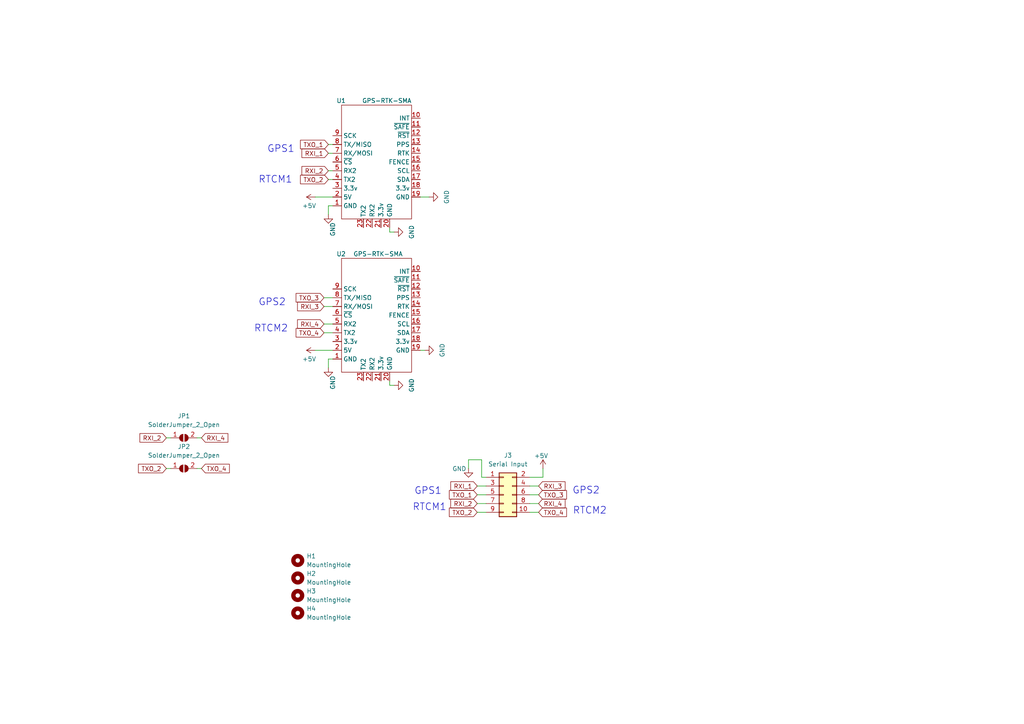
<source format=kicad_sch>
(kicad_sch (version 20231120) (generator "eeschema") (generator_version "8.0")
  (paper "A4")
  (lib_symbols
    (symbol "Connector_Generic:Conn_02x05_Odd_Even" (pin_names (offset 1.016) hide)
      (property "Reference" "J" (at 1.27 7.62 0))
      (property "Value" "Conn_02x05_Odd_Even" (at 1.27 -7.62 0))
      (symbol "Conn_02x05_Odd_Even_1_1"
        (rectangle (start -1.27 -4.953) (end 0 -5.207) (stroke (width 0.1524)))
        (rectangle (start -1.27 -2.413) (end 0 -2.667) (stroke (width 0.1524)))
        (rectangle (start -1.27 0.127) (end 0 -0.127) (stroke (width 0.1524)))
        (rectangle (start -1.27 2.667) (end 0 2.413) (stroke (width 0.1524)))
        (rectangle (start -1.27 5.207) (end 0 4.953) (stroke (width 0.1524)))
        (rectangle (start -1.27 6.35) (end 3.81 -6.35) (stroke (width 0.254)) (fill (type background)))
        (rectangle (start 3.81 -4.953) (end 2.54 -5.207) (stroke (width 0.1524)))
        (rectangle (start 3.81 -2.413) (end 2.54 -2.667) (stroke (width 0.1524)))
        (rectangle (start 3.81 0.127) (end 2.54 -0.127) (stroke (width 0.1524)))
        (rectangle (start 3.81 2.667) (end 2.54 2.413) (stroke (width 0.1524)))
        (rectangle (start 3.81 5.207) (end 2.54 4.953) (stroke (width 0.1524)))
        (pin passive line (at -5.08 5.08 0) (length 3.81) (name "Pin_1") (number "1"))
        (pin passive line (at 7.62 -5.08 180) (length 3.81) (name "Pin_10") (number "10"))
        (pin passive line (at 7.62 5.08 180) (length 3.81) (name "Pin_2") (number "2"))
        (pin passive line (at -5.08 2.54 0) (length 3.81) (name "Pin_3") (number "3"))
        (pin passive line (at 7.62 2.54 180) (length 3.81) (name "Pin_4") (number "4"))
        (pin passive line (at -5.08 0 0) (length 3.81) (name "Pin_5") (number "5"))
        (pin passive line (at 7.62 0 180) (length 3.81) (name "Pin_6") (number "6"))
        (pin passive line (at -5.08 -2.54 0) (length 3.81) (name "Pin_7") (number "7"))
        (pin passive line (at 7.62 -2.54 180) (length 3.81) (name "Pin_8") (number "8"))
        (pin passive line (at -5.08 -5.08 0) (length 3.81) (name "Pin_9") (number "9"))
      )
    )
    (symbol "Jumper:SolderJumper_2_Open" (pin_names (offset 0) hide)
      (property "Reference" "JP" (at 0 2.032 0))
      (property "Value" "SolderJumper_2_Open" (at 0 -2.54 0))
      (symbol "SolderJumper_2_Open_0_1"
        (arc (start -0.254 1.016) (mid -1.2655 0) (end -0.254 -1.016))
        (arc (start -0.254 1.016) (mid -1.2655 0) (end -0.254 -1.016) (fill (type outline)))
        (polyline (pts (xy -0.254 1.016) (xy -0.254 -1.016)))
        (polyline (pts (xy 0.254 1.016) (xy 0.254 -1.016)))
        (arc (start 0.254 -1.016) (mid 1.2655 0) (end 0.254 1.016))
        (arc (start 0.254 -1.016) (mid 1.2655 0) (end 0.254 1.016) (fill (type outline)))
      )
      (symbol "SolderJumper_2_Open_1_1"
        (pin passive line (at -3.81 0 0) (length 2.54) (name "A") (number "1"))
        (pin passive line (at 3.81 0 180) (length 2.54) (name "B") (number "2"))
      )
    )
    (symbol "Mechanical:MountingHole" (pin_names (offset 1.016))
      (property "Reference" "H" (at 0 5.08 0))
      (property "Value" "MountingHole" (at 0 3.175 0))
      (symbol "MountingHole_0_1"
        (circle (center 0 0) (radius 1.27) (stroke (width 1.27)))
      )
    )
    (symbol "gps:GPS-RTK-SMA"
      (property "Reference" "U" (at 12.7 15.24 0))
      (property "Value" "GPS-RTK-SMA" (at 21.59 -7.62 0))
      (symbol "GPS-RTK-SMA_0_1"
        (rectangle (start -16.51 13.97) (end 16.51 -6.35))
      )
      (symbol "GPS-RTK-SMA_1_1"
        (pin power_in line (at -12.7 16.51 270) (length 2.54) (name "GND") (number "1"))
        (pin output line (at 12.7 -8.89 90) (length 2.54) (name "INT") (number "10"))
        (pin output line (at 10.16 -8.89 90) (length 2.54) (name "~{SAFE}") (number "11"))
        (pin output line (at 7.62 -8.89 90) (length 2.54) (name "~{RST}") (number "12"))
        (pin output line (at 5.08 -8.89 90) (length 2.54) (name "PPS") (number "13"))
        (pin output line (at 2.54 -8.89 90) (length 2.54) (name "RTK") (number "14"))
        (pin output line (at 0 -8.89 90) (length 2.54) (name "FENCE") (number "15"))
        (pin bidirectional line (at -2.54 -8.89 90) (length 2.54) (name "SCL") (number "16"))
        (pin bidirectional line (at -5.08 -8.89 90) (length 2.54) (name "SDA") (number "17"))
        (pin power_in line (at -7.62 -8.89 90) (length 2.54) (name "3.3v") (number "18"))
        (pin power_in line (at -10.16 -8.89 90) (length 2.54) (name "GND") (number "19"))
        (pin power_in line (at -10.16 16.51 270) (length 2.54) (name "5V") (number "2"))
        (pin power_in line (at -19.05 0 0) (length 2.54) (name "GND") (number "20"))
        (pin power_in line (at -19.05 2.54 0) (length 2.54) (name "3.3v") (number "21"))
        (pin input line (at -19.05 5.08 0) (length 2.54) (name "RX2") (number "22"))
        (pin output line (at -19.05 7.62 0) (length 2.54) (name "TX2") (number "23"))
        (pin power_in line (at -7.62 16.51 270) (length 2.54) (name "3.3v") (number "3"))
        (pin output line (at -5.08 16.51 270) (length 2.54) (name "TX2") (number "4"))
        (pin input line (at -2.54 16.51 270) (length 2.54) (name "RX2") (number "5"))
        (pin input line (at 0 16.51 270) (length 2.54) (name "~{CS}") (number "6"))
        (pin input line (at 2.54 16.51 270) (length 2.54) (name "RX/MOSI") (number "7"))
        (pin output line (at 5.08 16.51 270) (length 2.54) (name "TX/MISO") (number "8"))
        (pin input line (at 7.62 16.51 270) (length 2.54) (name "SCK") (number "9"))
      )
    )
    (symbol "power:+5V" (power) (pin_names (offset 0))
      (property "Value" "+5V" (at 0 3.556 0))
      (symbol "+5V_0_1"
        (polyline (pts (xy -0.762 1.27) (xy 0 2.54)))
        (polyline (pts (xy 0 0) (xy 0 2.54)))
        (polyline (pts (xy 0 2.54) (xy 0.762 1.27)))
      )
      (symbol "+5V_1_1"
        (pin power_in line (at 0 0 90) (length 0) hide (name "+5V") (number "1"))
      )
    )
    (symbol "power:GND" (power) (pin_names (offset 0))
      (property "Value" "GND" (at 0 -3.81 0))
      (symbol "GND_0_1"
        (polyline (pts (xy 0 0) (xy 0 -1.27) (xy 1.27 -1.27) (xy 0 -2.54) (xy -1.27 -1.27) (xy 0 -1.27)))
      )
      (symbol "GND_1_1"
        (pin power_in line (at 0 0 270) (length 0) hide (name "GND") (number "1"))
      )
    )
  )
  (wire (pts (xy 91.44 57.15) (xy 96.52 57.15)))
  (wire (pts (xy 156.21 146.05) (xy 153.67 146.05)))
  (wire (pts (xy 113.03 110.49) (xy 113.03 111.76)))
  (wire (pts (xy 93.98 96.52) (xy 96.52 96.52)))
  (wire (pts (xy 156.21 148.59) (xy 153.67 148.59)))
  (wire (pts (xy 138.43 143.51) (xy 140.97 143.51)))
  (wire (pts (xy 95.25 52.07) (xy 96.52 52.07)))
  (wire (pts (xy 138.43 140.97) (xy 140.97 140.97)))
  (wire (pts (xy 113.03 67.31) (xy 114.3 67.31)))
  (wire (pts (xy 95.25 104.14) (xy 95.25 106.68)))
  (wire (pts (xy 139.7 138.43) (xy 140.97 138.43)))
  (wire (pts (xy 139.7 133.35) (xy 139.7 138.43)))
  (wire (pts (xy 138.43 148.59) (xy 140.97 148.59)))
  (wire (pts (xy 93.98 86.36) (xy 96.52 86.36)))
  (wire (pts (xy 93.98 93.98) (xy 96.52 93.98)))
  (wire (pts (xy 91.44 101.6) (xy 96.52 101.6)))
  (wire (pts (xy 57.15 135.89) (xy 58.42 135.89)))
  (wire (pts (xy 135.89 133.35) (xy 135.89 135.89)))
  (wire (pts (xy 95.25 44.45) (xy 96.52 44.45)))
  (wire (pts (xy 95.25 49.53) (xy 96.52 49.53)))
  (wire (pts (xy 113.03 66.04) (xy 113.03 67.31)))
  (wire (pts (xy 95.25 59.69) (xy 95.25 62.23)))
  (wire (pts (xy 135.89 133.35) (xy 139.7 133.35)))
  (wire (pts (xy 96.52 59.69) (xy 95.25 59.69)))
  (wire (pts (xy 138.43 146.05) (xy 140.97 146.05)))
  (wire (pts (xy 157.48 135.89) (xy 157.48 138.43)))
  (wire (pts (xy 48.26 135.89) (xy 49.53 135.89)))
  (wire (pts (xy 57.15 127) (xy 58.42 127)))
  (wire (pts (xy 123.19 101.6) (xy 121.92 101.6)))
  (wire (pts (xy 113.03 111.76) (xy 114.3 111.76)))
  (wire (pts (xy 156.21 140.97) (xy 153.67 140.97)))
  (wire (pts (xy 153.67 138.43) (xy 157.48 138.43)))
  (wire (pts (xy 48.26 127) (xy 49.53 127)))
  (wire (pts (xy 156.21 143.51) (xy 153.67 143.51)))
  (wire (pts (xy 124.46 57.15) (xy 121.92 57.15)))
  (wire (pts (xy 93.98 88.9) (xy 96.52 88.9)))
  (wire (pts (xy 95.25 41.91) (xy 96.52 41.91)))
  (wire (pts (xy 96.52 104.14) (xy 95.25 104.14)))
  (text "GPS2" (at 74.93 88.9 0) (effects (font (size 2 2)) (justify left bottom)))
  (text "GPS1" (at 77.47 44.45 0) (effects (font (size 2 2)) (justify left bottom)))
  (text "RTCM2" (at 73.66 96.52 0) (effects (font (size 2 2)) (justify left bottom)))
  (text "GPS1" (at 120.142 143.637 0) (effects (font (size 2 2)) (justify left bottom)))
  (text "RTCM2" (at 166.116 149.352 0) (effects (font (size 2 2)) (justify left bottom)))
  (text "RTCM1" (at 74.93 53.34 0) (effects (font (size 2 2)) (justify left bottom)))
  (text "RTCM1" (at 119.634 148.336 0) (effects (font (size 2 2)) (justify left bottom)))
  (text "GPS2" (at 165.989 143.51 0) (effects (font (size 2 2)) (justify left bottom)))
  (global_label "TXO_2" (shape input) (at 138.43 148.59 180) (property "Intersheetrefs" "${INTERSHEET_REFS}" (effects (hide yes))))
  (global_label "RXI_4" (shape input) (at 58.42 127 0) (property "Intersheetrefs" "${INTERSHEET_REFS}" (effects (hide yes))))
  (global_label "TXO_3" (shape input) (at 93.98 86.36 180) (property "Intersheetrefs" "${INTERSHEET_REFS}" (effects (hide yes))))
  (global_label "RXI_1" (shape input) (at 95.25 44.45 180) (property "Intersheetrefs" "${INTERSHEET_REFS}" (effects (hide yes))))
  (global_label "RXI_3" (shape input) (at 93.98 88.9 180) (property "Intersheetrefs" "${INTERSHEET_REFS}" (effects (hide yes))))
  (global_label "TXO_1" (shape input) (at 95.25 41.91 180) (property "Intersheetrefs" "${INTERSHEET_REFS}" (effects (hide yes))))
  (global_label "TXO_4" (shape input) (at 156.21 148.59 0) (property "Intersheetrefs" "${INTERSHEET_REFS}" (effects (hide yes))))
  (global_label "RXI_3" (shape input) (at 156.21 140.97 0) (property "Intersheetrefs" "${INTERSHEET_REFS}" (effects (hide yes))))
  (global_label "TXO_4" (shape input) (at 93.98 96.52 180) (property "Intersheetrefs" "${INTERSHEET_REFS}" (effects (hide yes))))
  (global_label "RXI_4" (shape input) (at 93.98 93.98 180) (property "Intersheetrefs" "${INTERSHEET_REFS}" (effects (hide yes))))
  (global_label "RXI_1" (shape input) (at 138.43 140.97 180) (property "Intersheetrefs" "${INTERSHEET_REFS}" (effects (hide yes))))
  (global_label "RXI_2" (shape input) (at 95.25 49.53 180) (property "Intersheetrefs" "${INTERSHEET_REFS}" (effects (hide yes))))
  (global_label "TXO_2" (shape input) (at 95.25 52.07 180) (property "Intersheetrefs" "${INTERSHEET_REFS}" (effects (hide yes))))
  (global_label "TXO_2" (shape input) (at 48.26 135.89 180) (property "Intersheetrefs" "${INTERSHEET_REFS}" (effects (hide yes))))
  (global_label "TXO_1" (shape input) (at 138.43 143.51 180) (property "Intersheetrefs" "${INTERSHEET_REFS}" (effects (hide yes))))
  (global_label "RXI_2" (shape input) (at 48.26 127 180) (property "Intersheetrefs" "${INTERSHEET_REFS}" (effects (hide yes))))
  (global_label "RXI_4" (shape input) (at 156.21 146.05 0) (property "Intersheetrefs" "${INTERSHEET_REFS}" (effects (hide yes))))
  (global_label "RXI_2" (shape input) (at 138.43 146.05 180) (property "Intersheetrefs" "${INTERSHEET_REFS}" (effects (hide yes))))
  (global_label "TXO_4" (shape input) (at 58.42 135.89 0) (property "Intersheetrefs" "${INTERSHEET_REFS}" (effects (hide yes))))
  (global_label "TXO_3" (shape input) (at 156.21 143.51 0) (property "Intersheetrefs" "${INTERSHEET_REFS}" (effects (hide yes))))
  (symbol (lib_id "Mechanical:MountingHole") (at 86.36 162.56 0) (unit 1)
    (property "Reference" "H1" (at 88.9 161.2899 0) (effects (justify left)))
    (property "Value" "MountingHole" (at 88.9 163.8299 0) (effects (justify left)))
    (property "Footprint" "MountingHole:MountingHole_3.7mm" (effects (hide yes)))
  )
  (symbol (lib_id "gps:GPS-RTK-SMA") (at 113.03 46.99 90) (unit 1)
    (property "Reference" "U1" (at 100.3299 29.21 90) (effects (justify left)))
    (property "Value" "GPS-RTK-SMA" (at 119.3799 29.21 90) (effects (justify left)))
    (property "Footprint" "gps:GPS-RTK-SMA" (effects (hide yes)))
  )
  (symbol (lib_id "power:+5V") (at 91.44 101.6 90) (unit 1)
    (property "Reference" "#PWR010" (effects (hide yes)))
    (property "Value" "+5V" (at 87.63 104.1399 90) (effects (justify right)))
  )
  (symbol (lib_id "power:+5V") (at 157.48 135.89 0) (unit 1)
    (property "Reference" "#PWR03" (effects (hide yes)))
    (property "Value" "+5V" (at 159.0041 132.207 0) (effects (justify right)))
  )
  (symbol (lib_id "power:GND") (at 135.89 135.89 0) (unit 1)
    (property "Reference" "#PWR02" (effects (hide yes)))
    (property "Value" "GND" (at 133.223 135.9662 0))
  )
  (symbol (lib_id "power:GND") (at 95.25 62.23 0) (unit 1)
    (property "Reference" "#PWR0106" (effects (hide yes)))
    (property "Value" "GND" (at 96.5199 68.58 90) (effects (justify left)))
  )
  (symbol (lib_id "Mechanical:MountingHole") (at 86.36 177.8 0) (unit 1)
    (property "Reference" "H4" (at 88.9 176.5299 0) (effects (justify left)))
    (property "Value" "MountingHole" (at 88.9 179.0699 0) (effects (justify left)))
    (property "Footprint" "MountingHole:MountingHole_3.7mm" (effects (hide yes)))
  )
  (symbol (lib_id "gps:GPS-RTK-SMA") (at 113.03 91.44 90) (unit 1)
    (property "Reference" "U2" (at 100.3299 73.66 90) (effects (justify left)))
    (property "Value" "GPS-RTK-SMA" (at 116.8399 73.66 90) (effects (justify left)))
    (property "Footprint" "gps:GPS-RTK-SMA" (effects (hide yes)))
  )
  (symbol (lib_id "power:GND") (at 114.3 111.76 90) (unit 1)
    (property "Reference" "#PWR0105" (effects (hide yes)))
    (property "Value" "GND" (at 119.38 111.76 0))
  )
  (symbol (lib_id "Jumper:SolderJumper_2_Open") (at 53.34 135.89 0) (unit 1)
    (property "Reference" "JP2" (at 53.34 129.54 0))
    (property "Value" "SolderJumper_2_Open" (at 53.34 132.08 0))
    (property "Footprint" "Jumper:SolderJumper-2_P1.3mm_Open_RoundedPad1.0x1.5mm" (effects (hide yes)))
  )
  (symbol (lib_id "power:+5V") (at 91.44 57.15 90) (unit 1)
    (property "Reference" "#PWR09" (effects (hide yes)))
    (property "Value" "+5V" (at 87.63 59.6899 90) (effects (justify right)))
  )
  (symbol (lib_id "power:GND") (at 123.19 101.6 90) (unit 1)
    (property "Reference" "#PWR0104" (effects (hide yes)))
    (property "Value" "GND" (at 128.27 101.6 0))
  )
  (symbol (lib_id "Connector_Generic:Conn_02x05_Odd_Even") (at 146.05 143.51 0) (unit 1)
    (property "Reference" "J3" (at 147.32 132.08 0))
    (property "Value" "Serial Input" (at 147.32 134.62 0))
    (property "Footprint" "Connector_PinHeader_2.54mm:PinHeader_2x05_P2.54mm_Vertical" (effects (hide yes)))
  )
  (symbol (lib_id "Jumper:SolderJumper_2_Open") (at 53.34 127 0) (unit 1)
    (property "Reference" "JP1" (at 53.34 120.65 0))
    (property "Value" "SolderJumper_2_Open" (at 53.34 123.19 0))
    (property "Footprint" "Jumper:SolderJumper-2_P1.3mm_Open_RoundedPad1.0x1.5mm" (effects (hide yes)))
  )
  (symbol (lib_id "power:GND") (at 95.25 106.68 0) (unit 1)
    (property "Reference" "#PWR0103" (effects (hide yes)))
    (property "Value" "GND" (at 96.5199 113.03 90) (effects (justify left)))
  )
  (symbol (lib_id "power:GND") (at 114.3 67.31 90) (unit 1)
    (property "Reference" "#PWR0102" (effects (hide yes)))
    (property "Value" "GND" (at 119.38 67.31 0))
  )
  (symbol (lib_id "power:GND") (at 124.46 57.15 90) (unit 1)
    (property "Reference" "#PWR0101" (effects (hide yes)))
    (property "Value" "GND" (at 129.54 57.15 0))
  )
  (symbol (lib_id "Mechanical:MountingHole") (at 86.36 172.72 0) (unit 1)
    (property "Reference" "H3" (at 88.9 171.4499 0) (effects (justify left)))
    (property "Value" "MountingHole" (at 88.9 173.9899 0) (effects (justify left)))
    (property "Footprint" "MountingHole:MountingHole_3.7mm" (effects (hide yes)))
  )
  (symbol (lib_id "Mechanical:MountingHole") (at 86.36 167.64 0) (unit 1)
    (property "Reference" "H2" (at 88.9 166.3699 0) (effects (justify left)))
    (property "Value" "MountingHole" (at 88.9 168.9099 0) (effects (justify left)))
    (property "Footprint" "MountingHole:MountingHole_3.7mm" (effects (hide yes)))
  )
)
</source>
